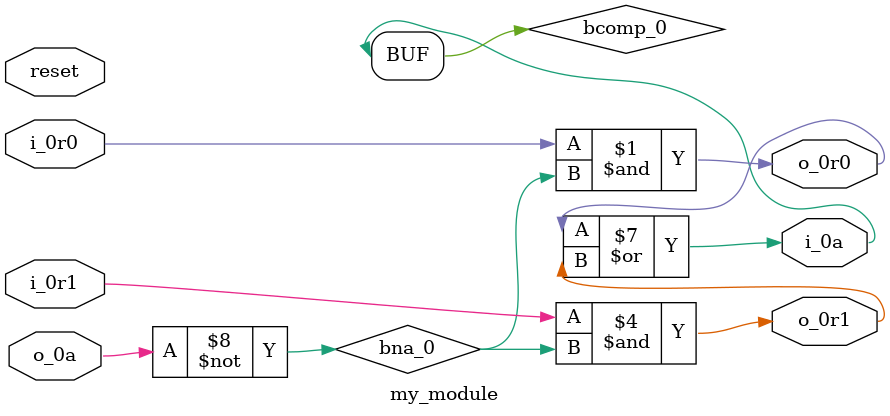
<source format=v>

module my_module (i_0r0, i_0r1, i_0a, o_0r0, o_0r1, o_0a, reset);
  input i_0r0;
  input i_0r1;
  output i_0a;
  output o_0r0;
  output o_0r1;
  input o_0a;
  input reset;

  wire bna_0;
  wire tech1_oint;
  wire tech2_oint;
  wire bcomp_0;

  and (o_0r0, i_0r0, bna_0);
  nand (tech1_oint, o_0r0, reset);
  and (o_0r1, i_0r1, bna_0);
  nand (tech2_oint, o_0r1, reset);

  not (bna_0, o_0a);

  or (bcomp_0, o_0r0, o_0r1);
  buf (i_0a, bcomp_0);
endmodule

</source>
